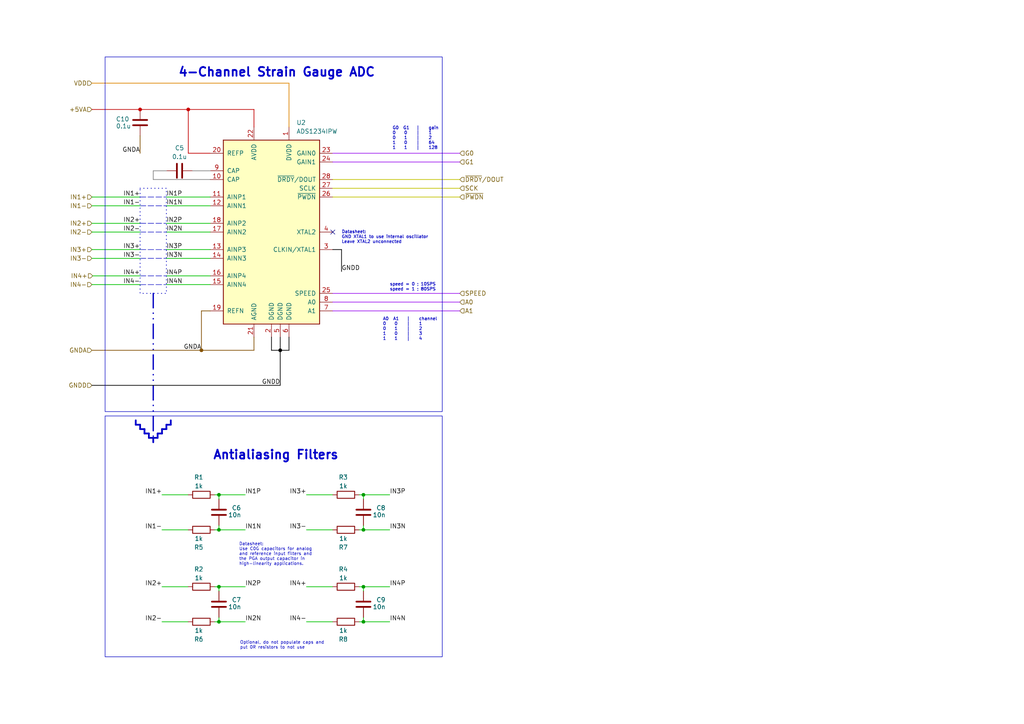
<source format=kicad_sch>
(kicad_sch (version 20250114) (generator "eeschema") (generator_version "9.0")
  (paper "A4")
  (lib_symbols
    (symbol "Analog_ADC:ADS1234IPW" (pin_names (offset 1.016))
      (property "Reference" "U" (at -11.43 25.4 0))
      (property "Value" "ADS1234IPW" (at 7.62 27.94 0))
      (symbol "ADS1234IPW_0_1"
        (rectangle (start -13.97 26.67) (end 13.97 -26.67) (stroke (width 0.254)) (fill (type background)))
      )
      (symbol "ADS1234IPW_1_1"
        (pin input line (at -17.78 22.86 0) (length 3.81) (name "REFP") (number "20"))
        (pin passive line (at -17.78 17.78 0) (length 3.81) (name "CAP") (number "9"))
        (pin passive line (at -17.78 15.24 0) (length 3.81) (name "CAP") (number "10"))
        (pin input line (at -17.78 10.16 0) (length 3.81) (name "AINP1") (number "11"))
        (pin input line (at -17.78 7.62 0) (length 3.81) (name "AINN1") (number "12"))
        (pin input line (at -17.78 2.54 0) (length 3.81) (name "AINP2") (number "18"))
        (pin input line (at -17.78 0 0) (length 3.81) (name "AINN2") (number "17"))
        (pin input line (at -17.78 -5.08 0) (length 3.81) (name "AINP3") (number "13"))
        (pin input line (at -17.78 -7.62 0) (length 3.81) (name "AINN3") (number "14"))
        (pin input line (at -17.78 -12.7 0) (length 3.81) (name "AINP4") (number "16"))
        (pin input line (at -17.78 -15.24 0) (length 3.81) (name "AINN4") (number "15"))
        (pin input line (at -17.78 -22.86 0) (length 3.81) (name "REFN") (number "19"))
        (pin power_in line (at -5.08 30.48 270) (length 3.81) (name "AVDD") (number "22"))
        (pin power_in line (at -5.08 -30.48 90) (length 3.81) (name "AGND") (number "21"))
        (pin power_in line (at 0 -30.48 90) (length 3.81) (name "DGND") (number "2"))
        (pin power_in line (at 2.54 -30.48 90) (length 3.81) (name "DGND") (number "5"))
        (pin power_in line (at 5.08 30.48 270) (length 3.81) (name "DVDD") (number "1"))
        (pin power_in line (at 5.08 -30.48 90) (length 3.81) (name "DGND") (number "6"))
        (pin input line (at 17.78 22.86 180) (length 3.81) (name "GAIN0") (number "23"))
        (pin input line (at 17.78 20.32 180) (length 3.81) (name "GAIN1") (number "24"))
        (pin output line (at 17.78 15.24 180) (length 3.81) (name "~{DRDY}/DOUT") (number "28"))
        (pin input line (at 17.78 12.7 180) (length 3.81) (name "SCLK") (number "27"))
        (pin input line (at 17.78 10.16 180) (length 3.81) (name "~{PWDN}") (number "26"))
        (pin bidirectional line (at 17.78 0 180) (length 3.81) (name "XTAL2") (number "4"))
        (pin bidirectional line (at 17.78 -5.08 180) (length 3.81) (name "CLKIN/XTAL1") (number "3"))
        (pin input line (at 17.78 -17.78 180) (length 3.81) (name "SPEED") (number "25"))
        (pin input line (at 17.78 -20.32 180) (length 3.81) (name "A0") (number "8"))
        (pin input line (at 17.78 -22.86 180) (length 3.81) (name "A1") (number "7"))
      )
    )
    (symbol "Device:C" (pin_numbers (hide yes)) (pin_names (offset 0.254))
      (property "Reference" "C" (at 0.635 2.54 0))
      (property "Value" "C" (at 0.635 -2.54 0))
      (symbol "C_0_1"
        (polyline (pts (xy -2.032 0.762) (xy 2.032 0.762)) (stroke (width 0.508)))
        (polyline (pts (xy -2.032 -0.762) (xy 2.032 -0.762)) (stroke (width 0.508)))
      )
      (symbol "C_1_1"
        (pin passive line (at 0 3.81 270) (length 2.794) (name "~") (number "1"))
        (pin passive line (at 0 -3.81 90) (length 2.794) (name "~") (number "2"))
      )
    )
    (symbol "Device:R" (pin_numbers (hide yes)) (pin_names (offset 0))
      (property "Reference" "R" (at 2.032 0 90))
      (property "Value" "R" (at 0 0 90))
      (symbol "R_0_1"
        (rectangle (start -1.016 -2.54) (end 1.016 2.54) (stroke (width 0.254)))
      )
      (symbol "R_1_1"
        (pin passive line (at 0 3.81 270) (length 1.27) (name "~") (number "1"))
        (pin passive line (at 0 -3.81 90) (length 1.27) (name "~") (number "2"))
      )
    )
  )
  (rectangle (start 30.48 16.51) (end 128.27 119.38))
  (rectangle (start 30.48 120.65) (end 128.27 190.5))
  (rectangle (start 40.64 54.61) (end 48.26 85.09) (stroke (width 0.254) (type dot)))
  (text "Antialiasing Filters" (at 80.01 132.08 0) (effects (font (size 2.54 2.54) (thickness 0.508) (bold yes))))
  (text "4-Channel Strain Gauge ADC" (at 80.264 21.082 0) (effects (font (size 2.54 2.54) (thickness 0.508) (bold yes))))
  (text "Optional, do not populate caps and \nput 0R resistors to not use" (at 69.596 187.198 0) (effects (font (size 0.889 0.889) (thickness 0.1111)) (justify left)))
  (text "Datasheet:\nUse C0G capacitors for analog \nand reference input filters and \nthe PGA output capacitor in \nhigh-linearity applications." (at 69.342 160.782 0) (effects (font (size 0.889 0.889) (thickness 0.1111)) (justify left)))
  (text "Datasheet:\nGND XTAL1 to use internal oscillator\nLeave XTAL2 unconnected" (at 99.06 68.834 0) (effects (font (size 0.889 0.889)) (justify left)))
  (text "G0  G1	|	gain\n0	0	|	1\n0	1	|	2\n1	0	|	64\n1	1	|	128" (at 113.792 40.132 0) (effects (font (size 0.889 0.889)) (justify left)))
  (text "speed = 0 ; 10SPS\nspeed = 1 ; 80SPS" (at 113.03 83.312 0) (effects (font (size 0.889 0.889)) (justify left)))
  (text "A0  A1	|	channel\n0	0	|	1\n0	1	|	2\n1	0	|	3\n1	1	|	4" (at 110.998 95.504 0) (effects (font (size 0.889 0.889)) (justify left)))
  (junction (at 105.41 180.34))
  (junction (at 81.28 101.6) (color 0 0 0 1))
  (junction (at 63.5 170.18))
  (junction (at 63.5 143.51))
  (junction (at 63.5 153.67))
  (junction (at 105.41 153.67))
  (junction (at 58.42 101.6) (color 128 77 0 1))
  (junction (at 105.41 143.51))
  (junction (at 63.5 180.34))
  (junction (at 54.61 31.75) (color 194 0 0 1))
  (junction (at 105.41 170.18))
  (junction (at 40.64 31.75) (color 194 0 0 1))
  (no_connect (at 96.52 67.31))
  (polyline (pts (xy 44.45 127) (xy 45.72 127)) (stroke (width 0.508) (type solid)))
  (polyline (pts (xy 41.91 124.46) (xy 40.64 124.46)) (stroke (width 0.508) (type solid)))
  (wire (pts (xy 113.03 180.34) (xy 105.41 180.34)) (stroke (width 0.2032) (color 0 194 0 1)))
  (polyline (pts (xy 40.64 80.01) (xy 48.26 80.01)) (stroke (width 0) (type dash)))
  (wire (pts (xy 71.12 180.34) (xy 63.5 180.34)) (stroke (width 0.2032) (color 0 194 0 1)))
  (wire (pts (xy 105.41 153.67) (xy 104.14 153.67)) (stroke (width 0.2032) (color 0 194 0 1)))
  (wire (pts (xy 63.5 143.51) (xy 62.23 143.51)) (stroke (width 0.2032) (color 0 194 0 1)))
  (polyline (pts (xy 44.45 85.09) (xy 44.45 127)) (stroke (width 0.381) (type dash_dot_dot)))
  (wire (pts (xy 44.45 49.53) (xy 44.45 52.07)) (stroke (width 0.2032) (color 132 132 132 1)))
  (wire (pts (xy 40.64 31.75) (xy 54.61 31.75)) (stroke (width 0.2032) (color 194 0 0 1)))
  (wire (pts (xy 133.35 44.45) (xy 96.52 44.45)) (stroke (width 0.2032) (color 160 32 240 1)))
  (wire (pts (xy 105.41 144.78) (xy 105.41 143.51)) (stroke (width 0.2032) (color 0 194 0 1)))
  (wire (pts (xy 48.26 72.39) (xy 60.96 72.39)) (stroke (width 0.2032) (color 0 194 0 1)))
  (wire (pts (xy 105.41 179.07) (xy 105.41 180.34)) (stroke (width 0.2032) (color 0 194 0 1)))
  (wire (pts (xy 113.03 143.51) (xy 105.41 143.51)) (stroke (width 0.2032) (color 0 194 0 1)))
  (polyline (pts (xy 40.64 82.55) (xy 48.26 82.55)) (stroke (width 0) (type dash)))
  (polyline (pts (xy 40.64 124.46) (xy 40.64 123.19)) (stroke (width 0.508) (type solid)))
  (wire (pts (xy 133.35 57.15) (xy 96.52 57.15)) (stroke (width 0.2032) (color 194 194 0 1)))
  (wire (pts (xy 63.5 170.18) (xy 62.23 170.18)) (stroke (width 0.2032) (color 0 194 0 1)))
  (wire (pts (xy 133.35 85.09) (xy 96.52 85.09)) (stroke (width 0.2032) (color 160 32 240 1)))
  (polyline (pts (xy 40.64 74.93) (xy 48.26 74.93)) (stroke (width 0) (type dash)))
  (wire (pts (xy 48.26 59.69) (xy 60.96 59.69)) (stroke (width 0.2032) (color 0 194 0 1)))
  (wire (pts (xy 63.5 144.78) (xy 63.5 143.51)) (stroke (width 0.2032) (color 0 194 0 1)))
  (wire (pts (xy 105.41 170.18) (xy 104.14 170.18)) (stroke (width 0.2032) (color 0 194 0 1)))
  (polyline (pts (xy 46.99 124.46) (xy 48.26 124.46)) (stroke (width 0.508) (type solid)))
  (wire (pts (xy 63.5 180.34) (xy 62.23 180.34)) (stroke (width 0.2032) (color 0 194 0 1)))
  (wire (pts (xy 105.41 180.34) (xy 104.14 180.34)) (stroke (width 0.2032) (color 0 194 0 1)))
  (polyline (pts (xy 41.91 125.73) (xy 41.91 124.46)) (stroke (width 0.508) (type solid)))
  (polyline (pts (xy 44.45 127) (xy 44.45 128.27)) (stroke (width 0.508) (type solid)))
  (wire (pts (xy 71.12 170.18) (xy 63.5 170.18)) (stroke (width 0.2032) (color 0 194 0 1)))
  (polyline (pts (xy 43.18 127) (xy 43.18 125.73)) (stroke (width 0.508) (type solid)))
  (wire (pts (xy 26.67 59.69) (xy 40.64 59.69)) (stroke (width 0.2032) (color 0 194 0 1)))
  (polyline (pts (xy 40.64 123.19) (xy 39.37 123.19)) (stroke (width 0.508) (type solid)))
  (wire (pts (xy 133.35 87.63) (xy 96.52 87.63)) (stroke (width 0.2032) (color 160 32 240 1)))
  (wire (pts (xy 113.03 170.18) (xy 105.41 170.18)) (stroke (width 0.2032) (color 0 194 0 1)))
  (wire (pts (xy 26.67 72.39) (xy 40.64 72.39)) (stroke (width 0.2032) (color 0 194 0 1)))
  (wire (pts (xy 83.82 97.79) (xy 83.82 101.6)) (stroke (width 0.2032) (color 0 0 0 1)))
  (polyline (pts (xy 40.64 57.15) (xy 48.26 57.15)) (stroke (width 0) (type dash)))
  (wire (pts (xy 99.06 72.39) (xy 99.06 78.74)) (stroke (width 0.2032) (color 0 0 0 1)))
  (wire (pts (xy 58.42 90.17) (xy 58.42 101.6)) (stroke (width 0.2032) (color 128 77 0 1)))
  (wire (pts (xy 58.42 101.6) (xy 26.67 101.6)) (stroke (width 0.2032) (color 128 77 0 1)))
  (wire (pts (xy 88.9 180.34) (xy 96.52 180.34)) (stroke (width 0.2032) (color 0 194 0 1)))
  (wire (pts (xy 88.9 170.18) (xy 96.52 170.18)) (stroke (width 0.2032) (color 0 194 0 1)))
  (wire (pts (xy 133.35 90.17) (xy 96.52 90.17)) (stroke (width 0.2032) (color 160 32 240 1)))
  (wire (pts (xy 26.67 57.15) (xy 40.64 57.15)) (stroke (width 0.2032) (color 0 194 0 1)))
  (wire (pts (xy 46.99 153.67) (xy 54.61 153.67)) (stroke (width 0.2032) (color 0 194 0 1)))
  (wire (pts (xy 83.82 24.13) (xy 83.82 36.83)) (stroke (width 0.2032) (color 221 133 0 1)))
  (wire (pts (xy 133.35 46.99) (xy 96.52 46.99)) (stroke (width 0.2032) (color 160 32 240 1)))
  (wire (pts (xy 46.99 143.51) (xy 54.61 143.51)) (stroke (width 0.2032) (color 0 194 0 1)))
  (wire (pts (xy 81.28 101.6) (xy 81.28 111.76)) (stroke (width 0.2032) (color 0 0 0 1)))
  (wire (pts (xy 48.26 64.77) (xy 60.96 64.77)) (stroke (width 0.2032) (color 0 194 0 1)))
  (wire (pts (xy 63.5 152.4) (xy 63.5 153.67)) (stroke (width 0.2032) (color 0 194 0 1)))
  (wire (pts (xy 60.96 44.45) (xy 54.61 44.45)) (stroke (width 0.2032) (color 194 0 0 1)))
  (wire (pts (xy 26.67 111.76) (xy 81.28 111.76)) (stroke (width 0.2032) (color 0 0 0 1)))
  (wire (pts (xy 63.5 171.45) (xy 63.5 170.18)) (stroke (width 0.2032) (color 0 194 0 1)))
  (polyline (pts (xy 45.72 127) (xy 45.72 125.73)) (stroke (width 0.508) (type solid)))
  (polyline (pts (xy 39.37 121.92) (xy 39.37 123.19)) (stroke (width 0.508) (type solid)))
  (polyline (pts (xy 40.64 72.39) (xy 48.26 72.39)) (stroke (width 0) (type dash)))
  (wire (pts (xy 73.66 31.75) (xy 73.66 36.83)) (stroke (width 0.2032) (color 194 0 0 1)))
  (wire (pts (xy 88.9 143.51) (xy 96.52 143.51)) (stroke (width 0.2032) (color 0 194 0 1)))
  (polyline (pts (xy 46.99 125.73) (xy 46.99 124.46)) (stroke (width 0.508) (type solid)))
  (wire (pts (xy 105.41 152.4) (xy 105.41 153.67)) (stroke (width 0.2032) (color 0 194 0 1)))
  (wire (pts (xy 46.99 180.34) (xy 54.61 180.34)) (stroke (width 0.2032) (color 0 194 0 1)))
  (wire (pts (xy 48.26 57.15) (xy 60.96 57.15)) (stroke (width 0.2032) (color 0 194 0 1)))
  (wire (pts (xy 26.67 82.55) (xy 40.64 82.55)) (stroke (width 0.2032) (color 0 194 0 1)))
  (wire (pts (xy 81.28 97.79) (xy 81.28 101.6)) (stroke (width 0.2032) (color 0 0 0 1)))
  (wire (pts (xy 113.03 153.67) (xy 105.41 153.67)) (stroke (width 0.2032) (color 0 194 0 1)))
  (wire (pts (xy 133.35 52.07) (xy 96.52 52.07)) (stroke (width 0.2032) (color 194 194 0 1)))
  (wire (pts (xy 26.67 74.93) (xy 40.64 74.93)) (stroke (width 0.2032) (color 0 194 0 1)))
  (wire (pts (xy 40.64 44.45) (xy 40.64 39.37)) (stroke (width 0.2032) (color 128 77 0 1)))
  (wire (pts (xy 88.9 153.67) (xy 96.52 153.67)) (stroke (width 0.2032) (color 0 194 0 1)))
  (wire (pts (xy 26.67 67.31) (xy 40.64 67.31)) (stroke (width 0.2032) (color 0 194 0 1)))
  (polyline (pts (xy 48.26 123.19) (xy 49.53 123.19)) (stroke (width 0.508) (type solid)))
  (wire (pts (xy 63.5 153.67) (xy 62.23 153.67)) (stroke (width 0.2032) (color 0 194 0 1)))
  (wire (pts (xy 78.74 101.6) (xy 81.28 101.6)) (stroke (width 0.2032) (color 0 0 0 1)))
  (polyline (pts (xy 43.18 125.73) (xy 41.91 125.73)) (stroke (width 0.508) (type solid)))
  (wire (pts (xy 54.61 31.75) (xy 73.66 31.75)) (stroke (width 0.2032) (color 194 0 0 1)))
  (wire (pts (xy 105.41 171.45) (xy 105.41 170.18)) (stroke (width 0.2032) (color 0 194 0 1)))
  (wire (pts (xy 73.66 97.79) (xy 73.66 101.6)) (stroke (width 0.2032) (color 128 77 0 1)))
  (polyline (pts (xy 40.64 64.77) (xy 48.26 64.77)) (stroke (width 0) (type dash)))
  (wire (pts (xy 26.8861 80.01) (xy 40.64 80.01)) (stroke (width 0.2032) (color 0 194 0 1)))
  (polyline (pts (xy 44.45 127) (xy 43.18 127)) (stroke (width 0.508) (type solid)))
  (polyline (pts (xy 40.64 67.31) (xy 48.26 67.31)) (stroke (width 0) (type dash)))
  (polyline (pts (xy 40.64 59.69) (xy 48.26 59.69)) (stroke (width 0) (type dash)))
  (polyline (pts (xy 45.72 125.73) (xy 46.99 125.73)) (stroke (width 0.508) (type solid)))
  (wire (pts (xy 78.74 97.79) (xy 78.74 101.6)) (stroke (width 0.2032) (color 0 0 0 1)))
  (wire (pts (xy 63.5 179.07) (xy 63.5 180.34)) (stroke (width 0.2032) (color 0 194 0 1)))
  (wire (pts (xy 105.41 143.51) (xy 104.14 143.51)) (stroke (width 0.2032) (color 0 194 0 1)))
  (wire (pts (xy 99.06 72.39) (xy 96.52 72.39)) (stroke (width 0.2032) (color 0 0 0 1)))
  (wire (pts (xy 26.67 31.75) (xy 40.64 31.75)) (stroke (width 0.2032) (color 194 0 0 1)))
  (wire (pts (xy 133.35 54.61) (xy 96.52 54.61)) (stroke (width 0.2032) (color 194 194 0 1)))
  (wire (pts (xy 48.26 74.93) (xy 60.96 74.93)) (stroke (width 0.2032) (color 0 194 0 1)))
  (wire (pts (xy 60.96 90.17) (xy 58.42 90.17)) (stroke (width 0.2032) (color 128 77 0 1)))
  (polyline (pts (xy 48.26 124.46) (xy 48.26 123.19)) (stroke (width 0.508) (type solid)))
  (wire (pts (xy 26.67 64.77) (xy 40.64 64.77)) (stroke (width 0.2032) (color 0 194 0 1)))
  (polyline (pts (xy 49.53 121.92) (xy 49.53 123.19)) (stroke (width 0.508) (type solid)))
  (wire (pts (xy 71.12 153.67) (xy 63.5 153.67)) (stroke (width 0.2032) (color 0 194 0 1)))
  (wire (pts (xy 46.99 170.18) (xy 54.61 170.18)) (stroke (width 0.2032) (color 0 194 0 1)))
  (wire (pts (xy 48.26 82.55) (xy 60.96 82.55)) (stroke (width 0.2032) (color 0 194 0 1)))
  (wire (pts (xy 81.28 101.6) (xy 83.82 101.6)) (stroke (width 0.2032) (color 0 0 0 1)))
  (wire (pts (xy 55.88 49.53) (xy 60.96 49.53)) (stroke (width 0.2032) (color 132 132 132 1)))
  (wire (pts (xy 83.82 24.13) (xy 26.67 24.13)) (stroke (width 0.2032) (color 221 133 0 1)))
  (wire (pts (xy 48.26 67.31) (xy 60.96 67.31)) (stroke (width 0.2032) (color 0 194 0 1)))
  (wire (pts (xy 54.61 44.45) (xy 54.61 31.75)) (stroke (width 0.2032) (color 194 0 0 1)))
  (wire (pts (xy 44.45 52.07) (xy 60.96 52.07)) (stroke (width 0.2032) (color 132 132 132 1)))
  (wire (pts (xy 73.66 101.6) (xy 58.42 101.6)) (stroke (width 0.2032) (color 128 77 0 1)))
  (wire (pts (xy 71.12 143.51) (xy 63.5 143.51)) (stroke (width 0.2032) (color 0 194 0 1)))
  (wire (pts (xy 44.45 49.53) (xy 48.26 49.53)) (stroke (width 0.2032) (color 132 132 132 1)))
  (wire (pts (xy 48.26 80.01) (xy 60.96 80.01)) (stroke (width 0.2032) (color 0 194 0 1)))
  (label "IN1P" (at 71.12 143.51 0))
  (label "IN3-" (at 88.9 153.67 180))
  (label "IN1+" (at 40.64 57.15 180))
  (label "IN2-" (at 40.64 67.31 180))
  (label "IN3P" (at 113.03 143.51 0))
  (label "IN3N" (at 48.26 74.93 0))
  (label "IN4-" (at 40.64 82.55 180))
  (label "IN1+" (at 46.99 143.51 180))
  (label "IN4N" (at 48.26 82.55 0))
  (label "GNDD" (at 81.28 111.76 180))
  (label "IN1-" (at 46.99 153.67 180))
  (label "IN3N" (at 113.03 153.67 0))
  (label "IN1-" (at 40.64 59.69 180))
  (label "IN4P" (at 113.03 170.18 0))
  (label "GNDD" (at 99.06 78.74 0))
  (label "IN2P" (at 48.26 64.77 0))
  (label "IN3P" (at 48.26 72.39 0))
  (label "IN3+" (at 40.64 72.39 180))
  (label "IN4+" (at 40.64 80.01 180))
  (label "IN4P" (at 48.26 80.01 0))
  (label "IN4-" (at 88.9 180.34 180))
  (label "IN2+" (at 46.99 170.18 180))
  (label "IN2+" (at 40.64 64.77 180))
  (label "IN1N" (at 48.26 59.69 0))
  (label "IN2N" (at 71.12 180.34 0))
  (label "IN1N" (at 71.12 153.67 0))
  (label "IN4+" (at 88.9 170.18 180))
  (label "IN1P" (at 48.26 57.15 0))
  (label "IN2N" (at 48.26 67.31 0))
  (label "GNDA" (at 58.42 101.6 180))
  (label "IN2-" (at 46.99 180.34 180))
  (label "IN3+" (at 88.9 143.51 180))
  (label "GNDA" (at 40.64 44.45 180))
  (label "IN2P" (at 71.12 170.18 0))
  (label "IN3-" (at 40.64 74.93 180))
  (label "IN4N" (at 113.03 180.34 0))
  (hierarchical_label "VDD" (shape input) (at 26.67 24.13 180))
  (hierarchical_label "GNDD" (shape input) (at 26.67 111.76 180))
  (hierarchical_label "IN4+" (shape input) (at 26.8861 80.01 180))
  (hierarchical_label "GNDA" (shape input) (at 26.67 101.6 180))
  (hierarchical_label "IN3+" (shape input) (at 26.67 72.39 180))
  (hierarchical_label "IN3-" (shape input) (at 26.67 74.93 180))
  (hierarchical_label "IN1+" (shape input) (at 26.67 57.15 180))
  (hierarchical_label "A0" (shape input) (at 133.35 87.63 0))
  (hierarchical_label "SCK" (shape input) (at 133.35 54.61 0))
  (hierarchical_label "IN2+" (shape input) (at 26.67 64.77 180))
  (hierarchical_label "IN4-" (shape input) (at 26.67 82.55 180))
  (hierarchical_label "IN1-" (shape input) (at 26.67 59.69 180))
  (hierarchical_label "~{DRDY}{slash}DOUT" (shape input) (at 133.35 52.07 0))
  (hierarchical_label "G0" (shape input) (at 133.35 44.45 0))
  (hierarchical_label "~{PWDN}" (shape input) (at 133.35 57.15 0))
  (hierarchical_label "+5VA" (shape input) (at 26.67 31.75 180))
  (hierarchical_label "SPEED" (shape input) (at 133.35 85.09 0))
  (hierarchical_label "IN2-" (shape input) (at 26.67 67.31 180))
  (hierarchical_label "A1" (shape input) (at 133.35 90.17 0))
  (hierarchical_label "G1" (shape input) (at 133.35 46.99 0))
  (symbol (lib_id "Device:R") (at 100.33 143.51 90) (unit 1)
    (property "Reference" "R3" (at 99.568 138.43 90))
    (property "Value" "1k" (at 99.568 140.97 90))
    (property "Footprint" "Resistor_SMD:R_0603_1608Metric_Pad0.98x0.95mm_HandSolder" (effects (hide yes)))
    (property "Description" "Resistor" (effects (hide yes)))
  )
  (symbol (lib_id "Device:C") (at 63.5 148.59 0) (mirror x) (unit 1)
    (property "Reference" "C6" (at 68.58 147.32 0))
    (property "Value" "10n" (at 68.072 149.352 0))
    (property "Footprint" "Capacitor_SMD:C_0603_1608Metric_Pad1.08x0.95mm_HandSolder" (effects (hide yes)))
    (property "Description" "Unpolarized capacitor" (effects (hide yes)))
  )
  (symbol (lib_id "Device:R") (at 58.42 180.34 90) (mirror x) (unit 1)
    (property "Reference" "R6" (at 57.658 185.42 90))
    (property "Value" "1k" (at 57.658 182.88 90))
    (property "Footprint" "Resistor_SMD:R_0603_1608Metric_Pad0.98x0.95mm_HandSolder" (effects (hide yes)))
    (property "Description" "Resistor" (effects (hide yes)))
  )
  (symbol (lib_id "Device:R") (at 58.42 170.18 90) (unit 1)
    (property "Reference" "R2" (at 57.658 165.1 90))
    (property "Value" "1k" (at 57.658 167.64 90))
    (property "Footprint" "Resistor_SMD:R_0603_1608Metric_Pad0.98x0.95mm_HandSolder" (effects (hide yes)))
    (property "Description" "Resistor" (effects (hide yes)))
  )
  (symbol (lib_id "Device:R") (at 58.42 143.51 90) (unit 1)
    (property "Reference" "R1" (at 57.658 138.43 90))
    (property "Value" "1k" (at 57.658 140.97 90))
    (property "Footprint" "Resistor_SMD:R_0603_1608Metric_Pad0.98x0.95mm_HandSolder" (effects (hide yes)))
    (property "Description" "Resistor" (effects (hide yes)))
  )
  (symbol (lib_id "Device:C") (at 105.41 175.26 0) (mirror x) (unit 1)
    (property "Reference" "C9" (at 110.49 173.99 0))
    (property "Value" "10n" (at 109.982 176.022 0))
    (property "Footprint" "Capacitor_SMD:C_0603_1608Metric_Pad1.08x0.95mm_HandSolder" (effects (hide yes)))
    (property "Description" "Unpolarized capacitor" (effects (hide yes)))
  )
  (symbol (lib_id "Device:C") (at 63.5 175.26 0) (mirror x) (unit 1)
    (property "Reference" "C7" (at 68.58 173.99 0))
    (property "Value" "10n" (at 68.072 176.022 0))
    (property "Footprint" "Capacitor_SMD:C_0603_1608Metric_Pad1.08x0.95mm_HandSolder" (effects (hide yes)))
    (property "Description" "Unpolarized capacitor" (effects (hide yes)))
  )
  (symbol (lib_id "Device:C") (at 52.07 49.53 90) (unit 1)
    (property "Reference" "C5" (at 52.07 42.926 90))
    (property "Value" "0.1u" (at 52.07 45.466 90))
    (property "Footprint" "Capacitor_SMD:C_0603_1608Metric_Pad1.08x0.95mm_HandSolder" (effects (hide yes)))
    (property "Description" "Unpolarized capacitor" (effects (hide yes)))
  )
  (symbol (lib_id "Device:C") (at 105.41 148.59 0) (mirror x) (unit 1)
    (property "Reference" "C8" (at 110.49 147.32 0))
    (property "Value" "10n" (at 109.982 149.352 0))
    (property "Footprint" "Capacitor_SMD:C_0603_1608Metric_Pad1.08x0.95mm_HandSolder" (effects (hide yes)))
    (property "Description" "Unpolarized capacitor" (effects (hide yes)))
  )
  (symbol (lib_id "Device:R") (at 100.33 180.34 90) (mirror x) (unit 1)
    (property "Reference" "R8" (at 99.568 185.42 90))
    (property "Value" "1k" (at 99.568 182.88 90))
    (property "Footprint" "Resistor_SMD:R_0603_1608Metric_Pad0.98x0.95mm_HandSolder" (effects (hide yes)))
    (property "Description" "Resistor" (effects (hide yes)))
  )
  (symbol (lib_id "Device:R") (at 58.42 153.67 90) (mirror x) (unit 1)
    (property "Reference" "R5" (at 57.658 158.75 90))
    (property "Value" "1k" (at 57.658 156.21 90))
    (property "Footprint" "Resistor_SMD:R_0603_1608Metric_Pad0.98x0.95mm_HandSolder" (effects (hide yes)))
    (property "Description" "Resistor" (effects (hide yes)))
  )
  (symbol (lib_id "Analog_ADC:ADS1234IPW") (at 78.74 67.31 0) (unit 1)
    (property "Reference" "U2" (at 85.9633 35.56 0) (effects (justify left)))
    (property "Value" "ADS1234IPW" (at 85.9633 38.1 0) (effects (justify left)))
    (property "Footprint" "Package_SO:TSSOP-28_4.4x9.7mm_P0.65mm" (effects (hide yes)))
    (property "Datasheet" "http://www.ti.com/lit/ds/symlink/ads1232.pdf" (effects (hide yes)))
    (property "Description" "Dual Bridge 24bit ADC for Sensors, TSSOP-28" (effects (hide yes)))
  )
  (symbol (lib_id "Device:C") (at 40.64 35.56 180) (unit 1)
    (property "Reference" "C10" (at 35.56 34.544 0))
    (property "Value" "0.1u" (at 35.814 36.576 0))
    (property "Footprint" "Capacitor_SMD:C_0603_1608Metric_Pad1.08x0.95mm_HandSolder" (effects (hide yes)))
    (property "Description" "Unpolarized capacitor" (effects (hide yes)))
  )
  (symbol (lib_id "Device:R") (at 100.33 153.67 90) (mirror x) (unit 1)
    (property "Reference" "R7" (at 99.568 158.75 90))
    (property "Value" "1k" (at 99.568 156.21 90))
    (property "Footprint" "Resistor_SMD:R_0603_1608Metric_Pad0.98x0.95mm_HandSolder" (effects (hide yes)))
    (property "Description" "Resistor" (effects (hide yes)))
  )
  (symbol (lib_id "Device:R") (at 100.33 170.18 90) (unit 1)
    (property "Reference" "R4" (at 99.568 165.1 90))
    (property "Value" "1k" (at 99.568 167.64 90))
    (property "Footprint" "Resistor_SMD:R_0603_1608Metric_Pad0.98x0.95mm_HandSolder" (effects (hide yes)))
    (property "Description" "Resistor" (effects (hide yes)))
  )
)
</source>
